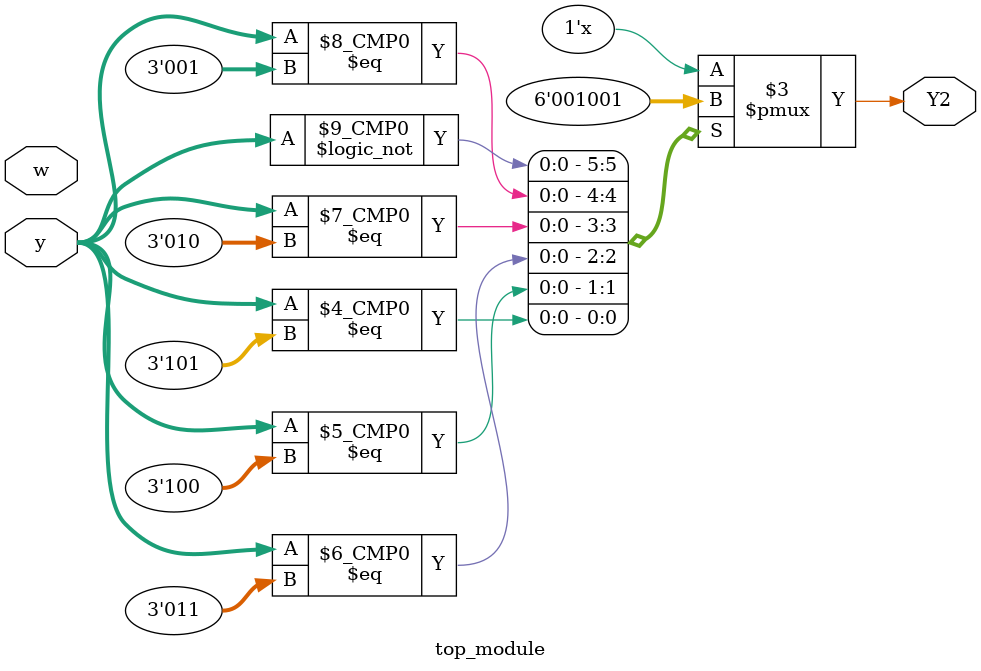
<source format=sv>
module top_module(
	input [3:1] y,
	input w,
	output reg Y2);

	always @(*) begin
		case (y)
			3'b000: Y2 = 1'b0; // A -> B
			3'b001: Y2 = 1'b0; // B -> A
			3'b010: Y2 = 1'b1; // C -> D
			3'b011: Y2 = 1'b0; // D -> A
			3'b100: Y2 = 1'b0; // E -> D
			3'b101: Y2 = 1'b1; // F -> D
			default: Y2 = Y2; // Default
		endcase
	end

endmodule

</source>
